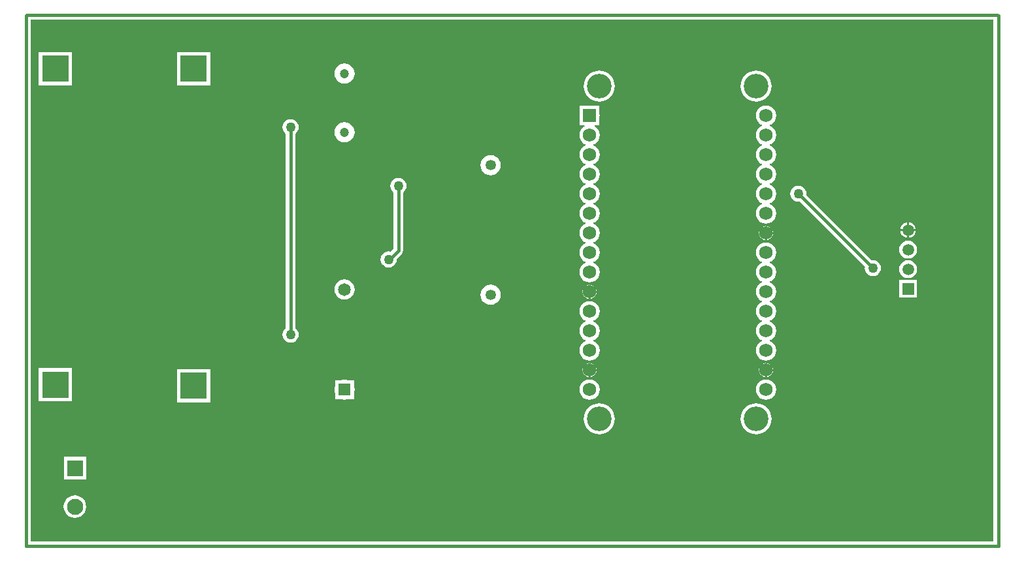
<source format=gtl>
G04*
G04 #@! TF.GenerationSoftware,Altium Limited,Altium Designer,24.1.2 (44)*
G04*
G04 Layer_Physical_Order=1*
G04 Layer_Color=255*
%FSLAX44Y44*%
%MOMM*%
G71*
G04*
G04 #@! TF.SameCoordinates,79612F31-D5A8-4C31-8A46-0FB93C1D3082*
G04*
G04*
G04 #@! TF.FilePolarity,Positive*
G04*
G01*
G75*
%ADD12C,0.2540*%
%ADD26C,0.4000*%
%ADD27C,1.3500*%
%ADD28R,1.5000X1.5000*%
%ADD29C,1.5000*%
%ADD30C,1.2000*%
%ADD31R,1.6500X1.6500*%
%ADD32C,1.6500*%
%ADD33R,2.1000X2.1000*%
%ADD34C,2.1000*%
%ADD35R,1.7526X1.7526*%
%ADD36C,1.7526*%
%ADD37C,3.2000*%
%ADD38R,3.5000X3.5000*%
%ADD39C,1.2700*%
G36*
X1253723Y6118D02*
X6118D01*
Y683493D01*
X1253723D01*
Y6118D01*
D02*
G37*
%LPC*%
G36*
X412750Y626522D02*
X409356Y626075D01*
X406194Y624766D01*
X403478Y622682D01*
X401395Y619966D01*
X400085Y616804D01*
X399638Y613410D01*
X400085Y610016D01*
X401395Y606854D01*
X403478Y604138D01*
X406194Y602054D01*
X409356Y600745D01*
X412750Y600298D01*
X416144Y600745D01*
X419306Y602054D01*
X422022Y604138D01*
X424105Y606854D01*
X425415Y610016D01*
X425862Y613410D01*
X425415Y616804D01*
X424105Y619966D01*
X422022Y622682D01*
X419306Y624766D01*
X416144Y626075D01*
X412750Y626522D01*
D02*
G37*
G36*
X238670Y641260D02*
X195670D01*
Y598260D01*
X238670D01*
Y641260D01*
D02*
G37*
G36*
X59600D02*
X16600D01*
Y598260D01*
X59600D01*
Y641260D01*
D02*
G37*
G36*
X946150Y616997D02*
X942229Y616611D01*
X938459Y615467D01*
X934985Y613610D01*
X931939Y611111D01*
X929440Y608065D01*
X927583Y604591D01*
X926439Y600821D01*
X926053Y596900D01*
X926439Y592979D01*
X927583Y589209D01*
X929440Y585735D01*
X931939Y582689D01*
X934985Y580190D01*
X938459Y578333D01*
X942229Y577189D01*
X946150Y576803D01*
X950071Y577189D01*
X953841Y578333D01*
X957315Y580190D01*
X960361Y582689D01*
X962860Y585735D01*
X964717Y589209D01*
X965861Y592979D01*
X966247Y596900D01*
X965861Y600821D01*
X964717Y604591D01*
X962860Y608065D01*
X960361Y611111D01*
X957315Y613610D01*
X953841Y615467D01*
X950071Y616611D01*
X946150Y616997D01*
D02*
G37*
G36*
X742950D02*
X739029Y616611D01*
X735259Y615467D01*
X731785Y613610D01*
X728739Y611111D01*
X726240Y608065D01*
X724383Y604591D01*
X723239Y600821D01*
X722853Y596900D01*
X723239Y592979D01*
X724383Y589209D01*
X726240Y585735D01*
X728739Y582689D01*
X731785Y580190D01*
X735259Y578333D01*
X739029Y577189D01*
X742950Y576803D01*
X746871Y577189D01*
X750641Y578333D01*
X754115Y580190D01*
X757161Y582689D01*
X759660Y585735D01*
X761517Y589209D01*
X762661Y592979D01*
X763047Y596900D01*
X762661Y600821D01*
X761517Y604591D01*
X759660Y608065D01*
X757161Y611111D01*
X754115Y613610D01*
X750641Y615467D01*
X746871Y616611D01*
X742950Y616997D01*
D02*
G37*
G36*
X412750Y550322D02*
X409356Y549875D01*
X406194Y548565D01*
X403478Y546482D01*
X401395Y543766D01*
X400085Y540604D01*
X399638Y537210D01*
X400085Y533816D01*
X401395Y530654D01*
X403478Y527938D01*
X406194Y525854D01*
X409356Y524545D01*
X412750Y524098D01*
X416144Y524545D01*
X419306Y525854D01*
X422022Y527938D01*
X424105Y530654D01*
X425415Y533816D01*
X425862Y537210D01*
X425415Y540604D01*
X424105Y543766D01*
X422022Y546482D01*
X419306Y548565D01*
X416144Y549875D01*
X412750Y550322D01*
D02*
G37*
G36*
X601980Y507322D02*
X598586Y506875D01*
X595424Y505565D01*
X592708Y503481D01*
X590625Y500766D01*
X589315Y497603D01*
X588868Y494210D01*
X589315Y490816D01*
X590625Y487654D01*
X592708Y484938D01*
X595424Y482854D01*
X598586Y481544D01*
X601980Y481098D01*
X605374Y481544D01*
X608536Y482854D01*
X611252Y484938D01*
X613335Y487654D01*
X614645Y490816D01*
X615092Y494210D01*
X614645Y497603D01*
X613335Y500766D01*
X611252Y503481D01*
X608536Y505565D01*
X605374Y506875D01*
X601980Y507322D01*
D02*
G37*
G36*
X958850Y571912D02*
X955456Y571465D01*
X952294Y570155D01*
X949578Y568072D01*
X947495Y565356D01*
X946185Y562194D01*
X945738Y558800D01*
X946185Y555406D01*
X947495Y552244D01*
X949578Y549528D01*
X952294Y547444D01*
X953881Y546787D01*
Y545413D01*
X952294Y544756D01*
X949578Y542672D01*
X947495Y539956D01*
X946185Y536794D01*
X945738Y533400D01*
X946185Y530006D01*
X947495Y526844D01*
X949578Y524128D01*
X952294Y522044D01*
X953881Y521387D01*
Y520013D01*
X952294Y519356D01*
X949578Y517272D01*
X947495Y514556D01*
X946185Y511394D01*
X945738Y508000D01*
X946185Y504606D01*
X947495Y501444D01*
X949578Y498728D01*
X952294Y496645D01*
X953881Y495987D01*
Y494613D01*
X952294Y493955D01*
X949578Y491872D01*
X947495Y489156D01*
X946185Y485994D01*
X945738Y482600D01*
X946185Y479206D01*
X947495Y476044D01*
X949578Y473328D01*
X952294Y471245D01*
X953881Y470587D01*
Y469213D01*
X952294Y468555D01*
X949578Y466472D01*
X947495Y463756D01*
X946185Y460594D01*
X945738Y457200D01*
X946185Y453806D01*
X947495Y450644D01*
X949578Y447928D01*
X952294Y445844D01*
X953881Y445187D01*
Y443813D01*
X952294Y443156D01*
X949578Y441072D01*
X947495Y438356D01*
X946185Y435194D01*
X945738Y431800D01*
X946185Y428406D01*
X947495Y425244D01*
X949578Y422528D01*
X952294Y420444D01*
X955456Y419135D01*
X958850Y418688D01*
X962244Y419135D01*
X965406Y420444D01*
X968122Y422528D01*
X970206Y425244D01*
X971515Y428406D01*
X971962Y431800D01*
X971515Y435194D01*
X970206Y438356D01*
X968122Y441072D01*
X965406Y443156D01*
X963819Y443813D01*
Y445187D01*
X965406Y445844D01*
X968122Y447928D01*
X970206Y450644D01*
X971515Y453806D01*
X971962Y457200D01*
X971515Y460594D01*
X970206Y463756D01*
X968122Y466472D01*
X965406Y468555D01*
X963819Y469213D01*
Y470587D01*
X965406Y471245D01*
X968122Y473328D01*
X970206Y476044D01*
X971515Y479206D01*
X971962Y482600D01*
X971515Y485994D01*
X970206Y489156D01*
X968122Y491872D01*
X965406Y493955D01*
X963819Y494613D01*
Y495987D01*
X965406Y496645D01*
X968122Y498728D01*
X970206Y501444D01*
X971515Y504606D01*
X971962Y508000D01*
X971515Y511394D01*
X970206Y514556D01*
X968122Y517272D01*
X965406Y519356D01*
X963819Y520013D01*
Y521387D01*
X965406Y522044D01*
X968122Y524128D01*
X970206Y526844D01*
X971515Y530006D01*
X971962Y533400D01*
X971515Y536794D01*
X970206Y539956D01*
X968122Y542672D01*
X965406Y544756D01*
X963819Y545413D01*
Y546787D01*
X965406Y547444D01*
X968122Y549528D01*
X970206Y552244D01*
X971515Y555406D01*
X971962Y558800D01*
X971515Y562194D01*
X970206Y565356D01*
X968122Y568072D01*
X965406Y570155D01*
X962244Y571465D01*
X958850Y571912D01*
D02*
G37*
G36*
X1144270Y420169D02*
Y411480D01*
X1152959D01*
X1152782Y412831D01*
X1151770Y415273D01*
X1150161Y417371D01*
X1148063Y418980D01*
X1145621Y419992D01*
X1144270Y420169D01*
D02*
G37*
G36*
X1141730D02*
X1140379Y419992D01*
X1137937Y418980D01*
X1135839Y417371D01*
X1134230Y415273D01*
X1133218Y412831D01*
X1133041Y411480D01*
X1141730D01*
Y420169D01*
D02*
G37*
G36*
X1152959Y408940D02*
X1144270D01*
Y400251D01*
X1145621Y400428D01*
X1148063Y401440D01*
X1150161Y403049D01*
X1151770Y405147D01*
X1152782Y407589D01*
X1152959Y408940D01*
D02*
G37*
G36*
X1141730D02*
X1133041D01*
X1133218Y407589D01*
X1134230Y405147D01*
X1135839Y403049D01*
X1137937Y401440D01*
X1140379Y400428D01*
X1141730Y400251D01*
Y408940D01*
D02*
G37*
G36*
X958850Y415478D02*
X956500Y415168D01*
X954311Y414262D01*
X952431Y412819D01*
X950988Y410939D01*
X950082Y408750D01*
X949772Y406400D01*
X950082Y404050D01*
X950988Y401861D01*
X952431Y399981D01*
X954311Y398539D01*
X956500Y397632D01*
X958850Y397322D01*
X961199Y397632D01*
X963389Y398539D01*
X965269Y399981D01*
X966712Y401861D01*
X967618Y404050D01*
X967928Y406400D01*
X967618Y408750D01*
X966712Y410939D01*
X965269Y412819D01*
X963389Y414262D01*
X961199Y415168D01*
X958850Y415478D01*
D02*
G37*
G36*
X482600Y477799D02*
X479898Y477444D01*
X477380Y476401D01*
X475218Y474742D01*
X473559Y472580D01*
X472516Y470062D01*
X472161Y467360D01*
X472516Y464658D01*
X473559Y462140D01*
X475218Y459978D01*
X476483Y459008D01*
Y386074D01*
X472602Y382193D01*
X472602Y382194D01*
X469900Y382549D01*
X467198Y382194D01*
X464680Y381151D01*
X462518Y379492D01*
X460859Y377330D01*
X459816Y374812D01*
X459461Y372110D01*
X459816Y369408D01*
X460859Y366890D01*
X462518Y364728D01*
X464680Y363069D01*
X467198Y362026D01*
X469900Y361671D01*
X472602Y362026D01*
X475120Y363069D01*
X477282Y364728D01*
X478941Y366890D01*
X479984Y369408D01*
X480339Y372110D01*
X480279Y372568D01*
X486926Y379214D01*
X488252Y381199D01*
X488717Y383540D01*
Y459008D01*
X489982Y459978D01*
X491641Y462140D01*
X492684Y464658D01*
X493039Y467360D01*
X492684Y470062D01*
X491641Y472580D01*
X489982Y474742D01*
X487820Y476401D01*
X485302Y477444D01*
X482600Y477799D01*
D02*
G37*
G36*
X1143000Y396409D02*
X1139998Y396014D01*
X1137200Y394855D01*
X1134798Y393012D01*
X1132955Y390610D01*
X1131796Y387812D01*
X1131401Y384810D01*
X1131796Y381808D01*
X1132955Y379010D01*
X1134798Y376608D01*
X1137200Y374765D01*
X1139998Y373606D01*
X1143000Y373211D01*
X1146002Y373606D01*
X1148800Y374765D01*
X1151202Y376608D01*
X1153045Y379010D01*
X1154204Y381808D01*
X1154599Y384810D01*
X1154204Y387812D01*
X1153045Y390610D01*
X1151202Y393012D01*
X1148800Y394855D01*
X1146002Y396014D01*
X1143000Y396409D01*
D02*
G37*
G36*
X1000760Y467639D02*
X998058Y467284D01*
X995540Y466241D01*
X993378Y464582D01*
X991719Y462420D01*
X990676Y459902D01*
X990321Y457200D01*
X990676Y454498D01*
X991719Y451980D01*
X993378Y449818D01*
X995540Y448159D01*
X998058Y447116D01*
X1000760Y446761D01*
X1002340Y446969D01*
X1087049Y362260D01*
X1086841Y360680D01*
X1087196Y357978D01*
X1088239Y355460D01*
X1089898Y353298D01*
X1092060Y351639D01*
X1094578Y350596D01*
X1097280Y350241D01*
X1099982Y350596D01*
X1102500Y351639D01*
X1104662Y353298D01*
X1106321Y355460D01*
X1107364Y357978D01*
X1107719Y360680D01*
X1107364Y363382D01*
X1106321Y365900D01*
X1104662Y368062D01*
X1102500Y369721D01*
X1099982Y370764D01*
X1097280Y371119D01*
X1095700Y370911D01*
X1010991Y455620D01*
X1011199Y457200D01*
X1010844Y459902D01*
X1009801Y462420D01*
X1008142Y464582D01*
X1005980Y466241D01*
X1003462Y467284D01*
X1000760Y467639D01*
D02*
G37*
G36*
X1143000Y371009D02*
X1139998Y370614D01*
X1137200Y369455D01*
X1134798Y367612D01*
X1132955Y365210D01*
X1131796Y362412D01*
X1131401Y359410D01*
X1131796Y356408D01*
X1132955Y353610D01*
X1134798Y351208D01*
X1137200Y349365D01*
X1139998Y348206D01*
X1143000Y347811D01*
X1146002Y348206D01*
X1148800Y349365D01*
X1151202Y351208D01*
X1153045Y353610D01*
X1154204Y356408D01*
X1154599Y359410D01*
X1154204Y362412D01*
X1153045Y365210D01*
X1151202Y367612D01*
X1148800Y369455D01*
X1146002Y370614D01*
X1143000Y371009D01*
D02*
G37*
G36*
X730250Y571912D02*
X727598Y571563D01*
X717487D01*
Y561452D01*
X717138Y558800D01*
X717487Y556148D01*
Y546037D01*
X723533D01*
X723781Y544791D01*
X723694Y544756D01*
X720978Y542672D01*
X718895Y539956D01*
X717585Y536794D01*
X717138Y533400D01*
X717585Y530006D01*
X718895Y526844D01*
X720978Y524128D01*
X723694Y522044D01*
X725281Y521387D01*
Y520013D01*
X723694Y519356D01*
X720978Y517272D01*
X718895Y514556D01*
X717585Y511394D01*
X717138Y508000D01*
X717585Y504606D01*
X718895Y501444D01*
X720978Y498728D01*
X723694Y496645D01*
X725281Y495987D01*
Y494613D01*
X723694Y493955D01*
X720978Y491872D01*
X718895Y489156D01*
X717585Y485994D01*
X717138Y482600D01*
X717585Y479206D01*
X718895Y476044D01*
X720978Y473328D01*
X723694Y471245D01*
X725281Y470587D01*
Y469213D01*
X723694Y468555D01*
X720978Y466472D01*
X718895Y463756D01*
X717585Y460594D01*
X717138Y457200D01*
X717585Y453806D01*
X718895Y450644D01*
X720978Y447928D01*
X723694Y445844D01*
X725281Y445187D01*
Y443813D01*
X723694Y443156D01*
X720978Y441072D01*
X718895Y438356D01*
X717585Y435194D01*
X717138Y431800D01*
X717585Y428406D01*
X718895Y425244D01*
X720978Y422528D01*
X723694Y420444D01*
X725281Y419787D01*
Y418413D01*
X723694Y417756D01*
X720978Y415672D01*
X718895Y412956D01*
X717585Y409794D01*
X717138Y406400D01*
X717585Y403006D01*
X718895Y399844D01*
X720978Y397128D01*
X723694Y395045D01*
X725281Y394387D01*
Y393013D01*
X723694Y392355D01*
X720978Y390272D01*
X718895Y387556D01*
X717585Y384394D01*
X717138Y381000D01*
X717585Y377606D01*
X718895Y374444D01*
X720978Y371728D01*
X723694Y369645D01*
X725281Y368987D01*
Y367613D01*
X723694Y366955D01*
X720978Y364872D01*
X718895Y362156D01*
X717585Y358994D01*
X717138Y355600D01*
X717585Y352206D01*
X718895Y349044D01*
X720978Y346328D01*
X723694Y344244D01*
X726856Y342935D01*
X730250Y342488D01*
X733644Y342935D01*
X736806Y344244D01*
X739522Y346328D01*
X741606Y349044D01*
X742915Y352206D01*
X743362Y355600D01*
X742915Y358994D01*
X741606Y362156D01*
X739522Y364872D01*
X736806Y366955D01*
X735219Y367613D01*
Y368987D01*
X736806Y369645D01*
X739522Y371728D01*
X741606Y374444D01*
X742915Y377606D01*
X743362Y381000D01*
X742915Y384394D01*
X741606Y387556D01*
X739522Y390272D01*
X736806Y392355D01*
X735219Y393013D01*
Y394387D01*
X736806Y395045D01*
X739522Y397128D01*
X741606Y399844D01*
X742915Y403006D01*
X743362Y406400D01*
X742915Y409794D01*
X741606Y412956D01*
X739522Y415672D01*
X736806Y417756D01*
X735219Y418413D01*
Y419787D01*
X736806Y420444D01*
X739522Y422528D01*
X741606Y425244D01*
X742915Y428406D01*
X743362Y431800D01*
X742915Y435194D01*
X741606Y438356D01*
X739522Y441072D01*
X736806Y443156D01*
X735219Y443813D01*
Y445187D01*
X736806Y445844D01*
X739522Y447928D01*
X741606Y450644D01*
X742915Y453806D01*
X743362Y457200D01*
X742915Y460594D01*
X741606Y463756D01*
X739522Y466472D01*
X736806Y468555D01*
X735219Y469213D01*
Y470587D01*
X736806Y471245D01*
X739522Y473328D01*
X741606Y476044D01*
X742915Y479206D01*
X743362Y482600D01*
X742915Y485994D01*
X741606Y489156D01*
X739522Y491872D01*
X736806Y493955D01*
X735219Y494613D01*
Y495987D01*
X736806Y496645D01*
X739522Y498728D01*
X741606Y501444D01*
X742915Y504606D01*
X743362Y508000D01*
X742915Y511394D01*
X741606Y514556D01*
X739522Y517272D01*
X736806Y519356D01*
X735219Y520013D01*
Y521387D01*
X736806Y522044D01*
X739522Y524128D01*
X741606Y526844D01*
X742915Y530006D01*
X743362Y533400D01*
X742915Y536794D01*
X741606Y539956D01*
X739522Y542672D01*
X736806Y544756D01*
X736719Y544791D01*
X736967Y546037D01*
X743013D01*
Y556148D01*
X743362Y558800D01*
X743013Y561452D01*
Y571563D01*
X732902D01*
X730250Y571912D01*
D02*
G37*
G36*
X1154500Y345510D02*
X1131500D01*
Y322510D01*
X1154500D01*
Y345510D01*
D02*
G37*
G36*
X730250Y339278D02*
X727900Y338968D01*
X725711Y338061D01*
X723831Y336619D01*
X722389Y334739D01*
X721482Y332550D01*
X721172Y330200D01*
X721482Y327850D01*
X722389Y325661D01*
X723831Y323781D01*
X725711Y322338D01*
X727900Y321432D01*
X730250Y321122D01*
X732599Y321432D01*
X734789Y322338D01*
X736669Y323781D01*
X738111Y325661D01*
X739018Y327850D01*
X739328Y330200D01*
X739018Y332550D01*
X738111Y334739D01*
X736669Y336619D01*
X734789Y338061D01*
X732599Y338968D01*
X730250Y339278D01*
D02*
G37*
G36*
X412750Y346312D02*
X409356Y345866D01*
X406194Y344556D01*
X403478Y342472D01*
X401395Y339756D01*
X400085Y336594D01*
X399638Y333200D01*
X400085Y329807D01*
X401395Y326644D01*
X403478Y323929D01*
X406194Y321845D01*
X409356Y320535D01*
X412750Y320088D01*
X416144Y320535D01*
X419306Y321845D01*
X422022Y323929D01*
X424105Y326644D01*
X425415Y329807D01*
X425862Y333200D01*
X425415Y336594D01*
X424105Y339756D01*
X422022Y342472D01*
X419306Y344556D01*
X416144Y345866D01*
X412750Y346312D01*
D02*
G37*
G36*
X601980Y339322D02*
X598586Y338876D01*
X595424Y337566D01*
X592708Y335482D01*
X590625Y332766D01*
X589315Y329604D01*
X588868Y326210D01*
X589315Y322817D01*
X590625Y319654D01*
X592708Y316938D01*
X595424Y314855D01*
X598586Y313545D01*
X601980Y313098D01*
X605374Y313545D01*
X608536Y314855D01*
X611252Y316938D01*
X613335Y319654D01*
X614645Y322817D01*
X615092Y326210D01*
X614645Y329604D01*
X613335Y332766D01*
X611252Y335482D01*
X608536Y337566D01*
X605374Y338876D01*
X601980Y339322D01*
D02*
G37*
G36*
X342900Y553999D02*
X340198Y553644D01*
X337680Y552601D01*
X335518Y550942D01*
X333859Y548780D01*
X332816Y546262D01*
X332461Y543560D01*
X332816Y540858D01*
X333859Y538340D01*
X335518Y536178D01*
X336782Y535208D01*
Y282672D01*
X335518Y281702D01*
X333859Y279540D01*
X332816Y277022D01*
X332461Y274320D01*
X332816Y271618D01*
X333859Y269100D01*
X335518Y266938D01*
X337680Y265279D01*
X340198Y264236D01*
X342900Y263881D01*
X345602Y264236D01*
X348120Y265279D01*
X350282Y266938D01*
X351941Y269100D01*
X352984Y271618D01*
X353339Y274320D01*
X352984Y277022D01*
X351941Y279540D01*
X350282Y281702D01*
X349017Y282672D01*
Y535208D01*
X350282Y536178D01*
X351941Y538340D01*
X352984Y540858D01*
X353339Y543560D01*
X352984Y546262D01*
X351941Y548780D01*
X350282Y550942D01*
X348120Y552601D01*
X345602Y553644D01*
X342900Y553999D01*
D02*
G37*
G36*
X958850Y394112D02*
X955456Y393665D01*
X952294Y392355D01*
X949578Y390272D01*
X947495Y387556D01*
X946185Y384394D01*
X945738Y381000D01*
X946185Y377606D01*
X947495Y374444D01*
X949578Y371728D01*
X952294Y369645D01*
X953881Y368987D01*
Y367613D01*
X952294Y366955D01*
X949578Y364872D01*
X947495Y362156D01*
X946185Y358994D01*
X945738Y355600D01*
X946185Y352206D01*
X947495Y349044D01*
X949578Y346328D01*
X952294Y344244D01*
X953881Y343587D01*
Y342213D01*
X952294Y341555D01*
X949578Y339472D01*
X947495Y336756D01*
X946185Y333594D01*
X945738Y330200D01*
X946185Y326806D01*
X947495Y323644D01*
X949578Y320928D01*
X952294Y318845D01*
X953881Y318187D01*
Y316813D01*
X952294Y316155D01*
X949578Y314072D01*
X947495Y311356D01*
X946185Y308194D01*
X945738Y304800D01*
X946185Y301406D01*
X947495Y298244D01*
X949578Y295528D01*
X952294Y293444D01*
X953881Y292787D01*
Y291413D01*
X952294Y290756D01*
X949578Y288672D01*
X947495Y285956D01*
X946185Y282794D01*
X945738Y279400D01*
X946185Y276006D01*
X947495Y272844D01*
X949578Y270128D01*
X952294Y268044D01*
X953881Y267387D01*
Y266013D01*
X952294Y265355D01*
X949578Y263272D01*
X947495Y260556D01*
X946185Y257394D01*
X945738Y254000D01*
X946185Y250606D01*
X947495Y247444D01*
X949578Y244728D01*
X952294Y242645D01*
X955456Y241335D01*
X958850Y240888D01*
X962244Y241335D01*
X965406Y242645D01*
X968122Y244728D01*
X970206Y247444D01*
X971515Y250606D01*
X971962Y254000D01*
X971515Y257394D01*
X970206Y260556D01*
X968122Y263272D01*
X965406Y265355D01*
X963819Y266013D01*
Y267387D01*
X965406Y268044D01*
X968122Y270128D01*
X970206Y272844D01*
X971515Y276006D01*
X971962Y279400D01*
X971515Y282794D01*
X970206Y285956D01*
X968122Y288672D01*
X965406Y290756D01*
X963819Y291413D01*
Y292787D01*
X965406Y293444D01*
X968122Y295528D01*
X970206Y298244D01*
X971515Y301406D01*
X971962Y304800D01*
X971515Y308194D01*
X970206Y311356D01*
X968122Y314072D01*
X965406Y316155D01*
X963819Y316813D01*
Y318187D01*
X965406Y318845D01*
X968122Y320928D01*
X970206Y323644D01*
X971515Y326806D01*
X971962Y330200D01*
X971515Y333594D01*
X970206Y336756D01*
X968122Y339472D01*
X965406Y341555D01*
X963819Y342213D01*
Y343587D01*
X965406Y344244D01*
X968122Y346328D01*
X970206Y349044D01*
X971515Y352206D01*
X971962Y355600D01*
X971515Y358994D01*
X970206Y362156D01*
X968122Y364872D01*
X965406Y366955D01*
X963819Y367613D01*
Y368987D01*
X965406Y369645D01*
X968122Y371728D01*
X970206Y374444D01*
X971515Y377606D01*
X971962Y381000D01*
X971515Y384394D01*
X970206Y387556D01*
X968122Y390272D01*
X965406Y392355D01*
X962244Y393665D01*
X958850Y394112D01*
D02*
G37*
G36*
X730250Y317912D02*
X726856Y317465D01*
X723694Y316155D01*
X720978Y314072D01*
X718895Y311356D01*
X717585Y308194D01*
X717138Y304800D01*
X717585Y301406D01*
X718895Y298244D01*
X720978Y295528D01*
X723694Y293444D01*
X725281Y292787D01*
Y291413D01*
X723694Y290756D01*
X720978Y288672D01*
X718895Y285956D01*
X717585Y282794D01*
X717138Y279400D01*
X717585Y276006D01*
X718895Y272844D01*
X720978Y270128D01*
X723694Y268044D01*
X725281Y267387D01*
Y266013D01*
X723694Y265355D01*
X720978Y263272D01*
X718895Y260556D01*
X717585Y257394D01*
X717138Y254000D01*
X717585Y250606D01*
X718895Y247444D01*
X720978Y244728D01*
X723694Y242645D01*
X726856Y241335D01*
X730250Y240888D01*
X733644Y241335D01*
X736806Y242645D01*
X739522Y244728D01*
X741606Y247444D01*
X742915Y250606D01*
X743362Y254000D01*
X742915Y257394D01*
X741606Y260556D01*
X739522Y263272D01*
X736806Y265355D01*
X735219Y266013D01*
Y267387D01*
X736806Y268044D01*
X739522Y270128D01*
X741606Y272844D01*
X742915Y276006D01*
X743362Y279400D01*
X742915Y282794D01*
X741606Y285956D01*
X739522Y288672D01*
X736806Y290756D01*
X735219Y291413D01*
Y292787D01*
X736806Y293444D01*
X739522Y295528D01*
X741606Y298244D01*
X742915Y301406D01*
X743362Y304800D01*
X742915Y308194D01*
X741606Y311356D01*
X739522Y314072D01*
X736806Y316155D01*
X733644Y317465D01*
X730250Y317912D01*
D02*
G37*
G36*
X958850Y237678D02*
X956500Y237368D01*
X954311Y236462D01*
X952431Y235019D01*
X950988Y233139D01*
X950082Y230949D01*
X949772Y228600D01*
X950082Y226250D01*
X950988Y224061D01*
X952431Y222181D01*
X954311Y220739D01*
X956500Y219832D01*
X958850Y219522D01*
X961199Y219832D01*
X963389Y220739D01*
X965269Y222181D01*
X966712Y224061D01*
X967618Y226250D01*
X967928Y228600D01*
X967618Y230949D01*
X966712Y233139D01*
X965269Y235019D01*
X963389Y236462D01*
X961199Y237368D01*
X958850Y237678D01*
D02*
G37*
G36*
X730250D02*
X727900Y237368D01*
X725711Y236462D01*
X723831Y235019D01*
X722389Y233139D01*
X721482Y230949D01*
X721172Y228600D01*
X721482Y226250D01*
X722389Y224061D01*
X723831Y222181D01*
X725711Y220739D01*
X727900Y219832D01*
X730250Y219522D01*
X732599Y219832D01*
X734789Y220739D01*
X736669Y222181D01*
X738111Y224061D01*
X739018Y226250D01*
X739328Y228600D01*
X739018Y230949D01*
X738111Y233139D01*
X736669Y235019D01*
X734789Y236462D01*
X732599Y237368D01*
X730250Y237678D01*
D02*
G37*
G36*
X958850Y216312D02*
X955456Y215865D01*
X952294Y214555D01*
X949578Y212472D01*
X947495Y209756D01*
X946185Y206594D01*
X945738Y203200D01*
X946185Y199806D01*
X947495Y196644D01*
X949578Y193928D01*
X952294Y191845D01*
X955456Y190535D01*
X958850Y190088D01*
X962244Y190535D01*
X965406Y191845D01*
X968122Y193928D01*
X970206Y196644D01*
X971515Y199806D01*
X971962Y203200D01*
X971515Y206594D01*
X970206Y209756D01*
X968122Y212472D01*
X965406Y214555D01*
X962244Y215865D01*
X958850Y216312D01*
D02*
G37*
G36*
X730250D02*
X726856Y215865D01*
X723694Y214555D01*
X720978Y212472D01*
X718895Y209756D01*
X717585Y206594D01*
X717138Y203200D01*
X717585Y199806D01*
X718895Y196644D01*
X720978Y193928D01*
X723694Y191845D01*
X726856Y190535D01*
X730250Y190088D01*
X733644Y190535D01*
X736806Y191845D01*
X739522Y193928D01*
X741606Y196644D01*
X742915Y199806D01*
X743362Y203200D01*
X742915Y206594D01*
X741606Y209756D01*
X739522Y212472D01*
X736806Y214555D01*
X733644Y215865D01*
X730250Y216312D01*
D02*
G37*
G36*
X412750D02*
X409356Y215865D01*
X408354Y215450D01*
X400500D01*
Y207596D01*
X400085Y206594D01*
X399638Y203200D01*
X400085Y199806D01*
X400500Y198804D01*
Y190950D01*
X408354D01*
X409356Y190535D01*
X412750Y190088D01*
X416144Y190535D01*
X417146Y190950D01*
X425000D01*
Y198804D01*
X425415Y199806D01*
X425862Y203200D01*
X425415Y206594D01*
X425000Y207596D01*
Y215450D01*
X417146D01*
X416144Y215865D01*
X412750Y216312D01*
D02*
G37*
G36*
X59600Y231050D02*
X16600D01*
Y188050D01*
X59600D01*
Y231050D01*
D02*
G37*
G36*
X238670Y229780D02*
X195670D01*
Y186780D01*
X238670D01*
Y229780D01*
D02*
G37*
G36*
X946150Y185197D02*
X942229Y184811D01*
X938459Y183667D01*
X934985Y181810D01*
X931939Y179311D01*
X929440Y176265D01*
X927583Y172791D01*
X926439Y169021D01*
X926053Y165100D01*
X926439Y161179D01*
X927583Y157409D01*
X929440Y153935D01*
X931939Y150889D01*
X934985Y148390D01*
X938459Y146533D01*
X942229Y145389D01*
X946150Y145003D01*
X950071Y145389D01*
X953841Y146533D01*
X957315Y148390D01*
X960361Y150889D01*
X962860Y153935D01*
X964717Y157409D01*
X965861Y161179D01*
X966247Y165100D01*
X965861Y169021D01*
X964717Y172791D01*
X962860Y176265D01*
X960361Y179311D01*
X957315Y181810D01*
X953841Y183667D01*
X950071Y184811D01*
X946150Y185197D01*
D02*
G37*
G36*
X742950D02*
X739029Y184811D01*
X735259Y183667D01*
X731785Y181810D01*
X728739Y179311D01*
X726240Y176265D01*
X724383Y172791D01*
X723239Y169021D01*
X722853Y165100D01*
X723239Y161179D01*
X724383Y157409D01*
X726240Y153935D01*
X728739Y150889D01*
X731785Y148390D01*
X735259Y146533D01*
X739029Y145389D01*
X742950Y145003D01*
X746871Y145389D01*
X750641Y146533D01*
X754115Y148390D01*
X757161Y150889D01*
X759660Y153935D01*
X761517Y157409D01*
X762661Y161179D01*
X763047Y165100D01*
X762661Y169021D01*
X761517Y172791D01*
X759660Y176265D01*
X757161Y179311D01*
X754115Y181810D01*
X750641Y183667D01*
X746871Y184811D01*
X742950Y185197D01*
D02*
G37*
G36*
X78000Y115700D02*
X49000D01*
Y86700D01*
X78000D01*
Y115700D01*
D02*
G37*
G36*
X63500Y65825D02*
X59715Y65327D01*
X56187Y63865D01*
X53158Y61541D01*
X50834Y58512D01*
X49373Y54985D01*
X48875Y51200D01*
X49373Y47414D01*
X50834Y43887D01*
X53158Y40858D01*
X56187Y38534D01*
X59715Y37073D01*
X63500Y36575D01*
X67285Y37073D01*
X70813Y38534D01*
X73842Y40858D01*
X76166Y43887D01*
X77627Y47414D01*
X78125Y51200D01*
X77627Y54985D01*
X76166Y58512D01*
X73842Y61541D01*
X70813Y63865D01*
X67285Y65327D01*
X63500Y65825D01*
D02*
G37*
%LPD*%
G36*
X960120Y415310D02*
Y407670D01*
X967760D01*
X967927Y406400D01*
X967760Y405130D01*
X960120D01*
Y397490D01*
X958850Y397323D01*
X957580Y397490D01*
Y405130D01*
X949940D01*
X949772Y406400D01*
X949940Y407670D01*
X957580D01*
Y415310D01*
X958850Y415477D01*
X960120Y415310D01*
D02*
G37*
G36*
X731520Y339110D02*
Y331470D01*
X739160D01*
X739327Y330200D01*
X739160Y328930D01*
X731520D01*
Y321290D01*
X730250Y321123D01*
X728980Y321290D01*
Y328930D01*
X721340D01*
X721172Y330200D01*
X721340Y331470D01*
X728980D01*
Y339110D01*
X730250Y339277D01*
X731520Y339110D01*
D02*
G37*
G36*
X960120Y237510D02*
Y229870D01*
X967760D01*
X967927Y228600D01*
X967760Y227330D01*
X960120D01*
Y219690D01*
X958850Y219522D01*
X957580Y219690D01*
Y227330D01*
X949940D01*
X949772Y228600D01*
X949940Y229870D01*
X957580D01*
Y237510D01*
X958850Y237677D01*
X960120Y237510D01*
D02*
G37*
G36*
X731520D02*
Y229870D01*
X739160D01*
X739327Y228600D01*
X739160Y227330D01*
X731520D01*
Y219690D01*
X730250Y219522D01*
X728980Y219690D01*
Y227330D01*
X721340D01*
X721172Y228600D01*
X721340Y229870D01*
X728980D01*
Y237510D01*
X730250Y237677D01*
X731520Y237510D01*
D02*
G37*
D12*
X0Y688122D02*
X1488Y689610D01*
X1258352D02*
X1259840Y688122D01*
D26*
X1097280Y360680D02*
X1098550Y359410D01*
X1000760Y457200D02*
X1097280Y360680D01*
X471170Y372110D02*
X482600Y383540D01*
Y467360D01*
X342900Y274320D02*
Y543560D01*
Y273050D02*
Y274320D01*
X0Y0D02*
Y688122D01*
X1488Y689610D02*
X1258352D01*
X0Y0D02*
X1259840D01*
Y688122D01*
D27*
X601980Y326210D02*
D03*
Y494210D02*
D03*
D28*
X1143000Y334010D02*
D03*
D29*
Y359410D02*
D03*
Y384810D02*
D03*
Y410210D02*
D03*
D30*
X412750Y613410D02*
D03*
Y537210D02*
D03*
D31*
Y203200D02*
D03*
D32*
Y333200D02*
D03*
D33*
X63500Y101200D02*
D03*
D34*
Y51200D02*
D03*
D35*
X730250Y558800D02*
D03*
D36*
Y533400D02*
D03*
Y508000D02*
D03*
Y482600D02*
D03*
Y457200D02*
D03*
Y431800D02*
D03*
Y406400D02*
D03*
Y381000D02*
D03*
Y355600D02*
D03*
Y330200D02*
D03*
Y304800D02*
D03*
Y279400D02*
D03*
Y254000D02*
D03*
Y228600D02*
D03*
Y203200D02*
D03*
X958850Y558800D02*
D03*
Y533400D02*
D03*
Y508000D02*
D03*
Y482600D02*
D03*
Y457200D02*
D03*
Y431800D02*
D03*
Y406400D02*
D03*
Y381000D02*
D03*
Y355600D02*
D03*
Y330200D02*
D03*
Y304800D02*
D03*
Y279400D02*
D03*
Y254000D02*
D03*
Y228600D02*
D03*
Y203200D02*
D03*
D37*
X742950Y596900D02*
D03*
X946150D02*
D03*
Y165100D02*
D03*
X742950D02*
D03*
D38*
X38100Y209550D02*
D03*
X217170Y208280D02*
D03*
Y619760D02*
D03*
X38100D02*
D03*
D39*
X1000760Y457200D02*
D03*
X1097280Y360680D02*
D03*
X469900Y372110D02*
D03*
X482600Y467360D02*
D03*
X342900Y543560D02*
D03*
Y274320D02*
D03*
M02*

</source>
